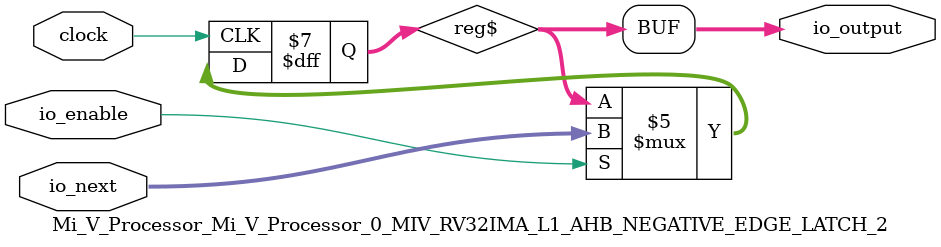
<source format=v>
`define RANDOMIZE
`timescale 1ns/10ps
module Mi_V_Processor_Mi_V_Processor_0_MIV_RV32IMA_L1_AHB_NEGATIVE_EDGE_LATCH_2(
  input        clock,
  input  [4:0] io_next,
  input        io_enable,
  output [4:0] io_output
);
  reg [4:0] reg$;
  reg [31:0] _RAND_0;
  wire [4:0] _GEN_0;
  assign io_output = reg$;
  assign _GEN_0 = io_enable ? io_next : reg$;
`ifdef RANDOMIZE
  integer initvar;
  initial begin
    `ifndef verilator
      #0.002 begin end
    `endif
  `ifdef RANDOMIZE_REG_INIT
  _RAND_0 = {1{$random}};
  reg$ = _RAND_0[4:0];
  `endif // RANDOMIZE_REG_INIT
  end
`endif // RANDOMIZE
  always @(posedge clock) begin
    if (io_enable) begin
      reg$ <= io_next;
    end
  end
endmodule

</source>
